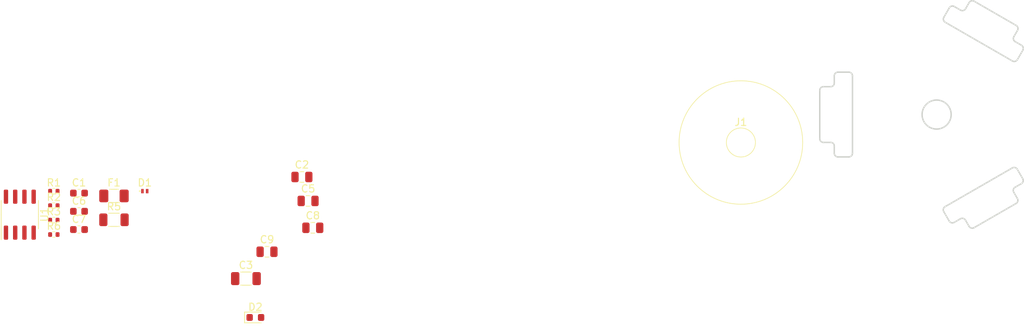
<source format=kicad_pcb>
(kicad_pcb (version 20241229) (generator "pcbnew") (generator_version "9.0")
  (layers (0 "F.Cu" signal) (4 "In1.Cu" signal) (6 "In2.Cu" signal) (2 "B.Cu" signal) (13 "F.Paste" user) (15 "B.Paste" user) (5 "F.SilkS" user "F.Silkscreen") (7 "B.SilkS" user "B.Silkscreen") (1 "F.Mask" user) (3 "B.Mask" user) (25 "Edge.Cuts" user))
  (net 0 "")
  (net 1 "+5V")
  (net 2 "GND")
  (net 3 "Net-(J9-Pin_1)")
  (net 4 "Net-(U1-FB)")
  (net 5 "VBUS")
  (net 6 "GNDPWR")
  (net 7 "Net-(D2-A)")
  (net 8 "Net-(J8-CC2)")
  (net 9 "Net-(J8-CC1)")
  (net 10 "Net-(R3-Pad2)")
  (net 11 "Net-(R3-Pad1)")
  (footprint "Pixels-dice:TX Coil" (layer "F.Cu") (at 123.08 103.85)
    (property "Reference" "J1" (at 0 -2.8 0) (layer "F.SilkS"))
    (property "Value" "TX_Coil")
    (fp_circle (center 0 0) (end 2 0) (stroke (width 0.1)) (fill no) (layer "F.SilkS"))
    (fp_circle (center 0 0) (end 8.5 0) (stroke (width 0.1)) (fill no) (layer "F.SilkS"))
  )
  (footprint "Resistor_SMD:R_0402_1005Metric" (layer "F.Cu") (at 28.58 116.53)
    (property "Reference" "R6" (at 0 -1.17 0) (layer "F.SilkS"))
    (property "Value" "1k 1%")
    (fp_line (start -0.153641 -0.38) (end 0.153641 -0.38) (stroke (width 0.12)) (layer "F.SilkS"))
    (fp_line (start -0.153641 0.38) (end 0.153641 0.38) (stroke (width 0.12)) (layer "F.SilkS"))
    (pad "1" smd roundrect (at -0.51 0) (size 0.54 0.64) (layers "F.Cu" "F.Mask" "F.Paste") (net 4 "Net-(U1-FB)"))
    (pad "2" smd roundrect (at 0.51 0) (size 0.54 0.64) (layers "F.Cu" "F.Mask" "F.Paste") (net 6 "GNDPWR"))
  )
  (footprint "Resistor_SMD:R_0402_1005Metric" (layer "F.Cu") (at 28.58 110.56)
    (property "Reference" "R1" (at 0 -1.17 0) (layer "F.SilkS"))
    (property "Value" "5.1k 1%")
    (fp_line (start -0.153641 -0.38) (end 0.153641 -0.38) (stroke (width 0.12)) (layer "F.SilkS"))
    (fp_line (start -0.153641 0.38) (end 0.153641 0.38) (stroke (width 0.12)) (layer "F.SilkS"))
    (pad "1" smd roundrect (at -0.51 0) (size 0.54 0.64) (layers "F.Cu" "F.Mask" "F.Paste") (net 2 "GND"))
    (pad "2" smd roundrect (at 0.51 0) (size 0.54 0.64) (layers "F.Cu" "F.Mask" "F.Paste") (net 8 "Net-(J8-CC2)"))
  )
  (footprint "Capacitor_SMD:C_0805_2012Metric" (layer "F.Cu") (at 63.55 111.9)
    (property "Reference" "C5" (at 0 -1.68 0) (layer "F.SilkS"))
    (property "Value" "22uF 25V 20% X5R")
    (fp_line (start -0.261252 -0.735) (end 0.261252 -0.735) (stroke (width 0.12)) (layer "F.SilkS"))
    (fp_line (start -0.261252 0.735) (end 0.261252 0.735) (stroke (width 0.12)) (layer "F.SilkS"))
    (pad "1" smd roundrect (at -0.95 0) (size 1 1.45) (layers "F.Cu" "F.Mask" "F.Paste") (net 1 "+5V"))
    (pad "2" smd roundrect (at 0.95 0) (size 1 1.45) (layers "F.Cu" "F.Mask" "F.Paste") (net 2 "GND"))
  )
  (footprint "Capacitor_SMD:C_0603_1608Metric" (layer "F.Cu") (at 32.04 115.84)
    (property "Reference" "C7" (at 0 -1.43 0) (layer "F.SilkS"))
    (property "Value" "0.1uF 16V 10% X7R")
    (fp_line (start -0.14058 -0.51) (end 0.14058 -0.51) (stroke (width 0.12)) (layer "F.SilkS"))
    (fp_line (start -0.14058 0.51) (end 0.14058 0.51) (stroke (width 0.12)) (layer "F.SilkS"))
    (pad "1" smd roundrect (at -0.775 0) (size 0.9 0.95) (layers "F.Cu" "F.Mask" "F.Paste") (net 1 "+5V"))
    (pad "2" smd roundrect (at 0.775 0) (size 0.9 0.95) (layers "F.Cu" "F.Mask" "F.Paste") (net 2 "GND"))
  )
  (footprint "Capacitor_SMD:C_1206_3216Metric" (layer "F.Cu") (at 55 122.6)
    (property "Reference" "C3" (at 0 -1.85 0) (layer "F.SilkS"))
    (property "Value" "33nF 50V COG")
    (fp_line (start -0.711252 -0.91) (end 0.711252 -0.91) (stroke (width 0.12)) (layer "F.SilkS"))
    (fp_line (start -0.711252 0.91) (end 0.711252 0.91) (stroke (width 0.12)) (layer "F.SilkS"))
    (pad "1" smd roundrect (at -1.475 0) (size 1.15 1.8) (layers "F.Cu" "F.Mask" "F.Paste") (roundrect_rratio 0.217391) (net 3 "Net-(J9-Pin_1)"))
    (pad "2" smd roundrect (at 1.475 0) (size 1.15 1.8) (layers "F.Cu" "F.Mask" "F.Paste") (roundrect_rratio 0.217391) (net 1 "+5V"))
  )
  (footprint "Capacitor_SMD:C_0603_1608Metric" (layer "F.Cu") (at 32.04 113.33)
    (property "Reference" "C6" (at 0 -1.43 0) (layer "F.SilkS"))
    (property "Value" "0.1uF 16V 10% X7R")
    (fp_line (start -0.14058 -0.51) (end 0.14058 -0.51) (stroke (width 0.12)) (layer "F.SilkS"))
    (fp_line (start -0.14058 0.51) (end 0.14058 0.51) (stroke (width 0.12)) (layer "F.SilkS"))
    (pad "1" smd roundrect (at -0.775 0) (size 0.9 0.95) (layers "F.Cu" "F.Mask" "F.Paste") (net 2 "GND"))
    (pad "2" smd roundrect (at 0.775 0) (size 0.9 0.95) (layers "F.Cu" "F.Mask" "F.Paste") (net 4 "Net-(U1-FB)"))
  )
  (footprint "Resistor_SMD:R_0402_1005Metric" (layer "F.Cu") (at 28.58 112.55)
    (property "Reference" "R2" (at 0 -1.17 0) (layer "F.SilkS"))
    (property "Value" "5.1k 1%")
    (fp_line (start -0.153641 -0.38) (end 0.153641 -0.38) (stroke (width 0.12)) (layer "F.SilkS"))
    (fp_line (start -0.153641 0.38) (end 0.153641 0.38) (stroke (width 0.12)) (layer "F.SilkS"))
    (pad "1" smd roundrect (at -0.51 0) (size 0.54 0.64) (layers "F.Cu" "F.Mask" "F.Paste") (net 2 "GND"))
    (pad "2" smd roundrect (at 0.51 0) (size 0.54 0.64) (layers "F.Cu" "F.Mask" "F.Paste") (net 9 "Net-(J8-CC1)"))
  )
  (footprint "LED_SMD:LED_0603_1608Metric" (layer "F.Cu") (at 56.3 127.95)
    (property "Reference" "D2" (at 0 -1.43 0) (layer "F.SilkS"))
    (property "Value" "LED")
    (fp_line (start -1.485 -0.735) (end -1.485 0.735) (stroke (width 0.12)) (layer "F.SilkS"))
    (fp_line (start -1.485 0.735) (end 0.8 0.735) (stroke (width 0.12)) (layer "F.SilkS"))
    (fp_line (start 0.8 -0.735) (end -1.485 -0.735) (stroke (width 0.12)) (layer "F.SilkS"))
    (pad "1" smd roundrect (at -0.7875 0) (size 0.875 0.95) (layers "F.Cu" "F.Mask" "F.Paste") (net 2 "GND"))
    (pad "2" smd roundrect (at 0.7875 0) (size 0.875 0.95) (layers "F.Cu" "F.Mask" "F.Paste") (net 7 "Net-(D2-A)"))
  )
  (footprint "Resistor_SMD:R_0402_1005Metric" (layer "F.Cu") (at 28.58 114.54)
    (property "Reference" "R3" (at 0 -1.17 0) (layer "F.SilkS"))
    (property "Value" "120K 1%")
    (fp_line (start -0.153641 -0.38) (end 0.153641 -0.38) (stroke (width 0.12)) (layer "F.SilkS"))
    (fp_line (start -0.153641 0.38) (end 0.153641 0.38) (stroke (width 0.12)) (layer "F.SilkS"))
    (pad "1" smd roundrect (at -0.51 0) (size 0.54 0.64) (layers "F.Cu" "F.Mask" "F.Paste") (net 11 "Net-(R3-Pad1)"))
    (pad "2" smd roundrect (at 0.51 0) (size 0.54 0.64) (layers "F.Cu" "F.Mask" "F.Paste") (net 10 "Net-(R3-Pad2)"))
  )
  (footprint "Pixels-dice:SOIC-8_3.9x4.9mm_P1.27mm" (layer "F.Cu") (at 23.9 113.79)
    (property "Reference" "U1" (at 3.4 0 270) (layer "F.SilkS"))
    (property "Value" "XKT520")
    (fp_line (start -2.56 0) (end -2.56 -1.95) (stroke (width 0.12)) (layer "F.SilkS"))
    (fp_line (start -2.56 0) (end -2.56 3.45) (stroke (width 0.12)) (layer "F.SilkS"))
    (fp_line (start 2.56 0) (end 2.56 -1.95) (stroke (width 0.12)) (layer "F.SilkS"))
    (fp_line (start 2.56 0) (end 2.56 1.95) (stroke (width 0.12)) (layer "F.SilkS"))
    (pad "1" smd roundrect (at -1.905 2.475 90) (size 1.95 0.6) (layers "F.Cu" "F.Mask" "F.Paste") (net 1 "+5V"))
    (pad "2" smd roundrect (at -0.635 2.475 90) (size 1.95 0.6) (layers "F.Cu" "F.Mask" "F.Paste") (net 7 "Net-(D2-A)"))
    (pad "3" smd roundrect (at 0.635 2.475 90) (size 1.95 0.6) (layers "F.Cu" "F.Mask" "F.Paste") (net 10 "Net-(R3-Pad2)"))
    (pad "4" smd roundrect (at 1.905 2.475 90) (size 1.95 0.6) (layers "F.Cu" "F.Mask" "F.Paste") (net 11 "Net-(R3-Pad1)"))
    (pad "5" smd roundrect (at 1.905 -2.475 90) (size 1.95 0.6) (layers "F.Cu" "F.Mask" "F.Paste") (net 4 "Net-(U1-FB)"))
    (pad "6" smd roundrect (at 0.635 -2.475 90) (size 1.95 0.6) (layers "F.Cu" "F.Mask" "F.Paste") (net 2 "GND"))
    (pad "7" smd roundrect (at -0.635 -2.475 90) (size 1.95 0.6) (layers "F.Cu" "F.Mask" "F.Paste") (net 3 "Net-(J9-Pin_1)"))
    (pad "8" smd roundrect (at -1.905 -2.475 90) (size 1.95 0.6) (layers "F.Cu" "F.Mask" "F.Paste") (net 6 "GNDPWR"))
  )
  (footprint "Capacitor_SMD:C_0805_2012Metric" (layer "F.Cu") (at 62.7 108.6)
    (property "Reference" "C2" (at 0 -1.68 0) (layer "F.SilkS"))
    (property "Value" "22uF 25V 20% X5R")
    (fp_line (start -0.261252 -0.735) (end 0.261252 -0.735) (stroke (width 0.12)) (layer "F.SilkS"))
    (fp_line (start -0.261252 0.735) (end 0.261252 0.735) (stroke (width 0.12)) (layer "F.SilkS"))
    (pad "1" smd roundrect (at -0.95 0) (size 1 1.45) (layers "F.Cu" "F.Mask" "F.Paste") (net 1 "+5V"))
    (pad "2" smd roundrect (at 0.95 0) (size 1 1.45) (layers "F.Cu" "F.Mask" "F.Paste") (net 2 "GND"))
  )
  (footprint "Capacitor_SMD:C_0805_2012Metric" (layer "F.Cu") (at 57.9 118.9)
    (property "Reference" "C9" (at 0 -1.68 0) (layer "F.SilkS"))
    (property "Value" "10uF 50V 10% X5R")
    (fp_line (start -0.261252 -0.735) (end 0.261252 -0.735) (stroke (width 0.12)) (layer "F.SilkS"))
    (fp_line (start -0.261252 0.735) (end 0.261252 0.735) (stroke (width 0.12)) (layer "F.SilkS"))
    (pad "1" smd roundrect (at -0.95 0) (size 1 1.45) (layers "F.Cu" "F.Mask" "F.Paste") (net 6 "GNDPWR"))
    (pad "2" smd roundrect (at 0.95 0) (size 1 1.45) (layers "F.Cu" "F.Mask" "F.Paste") (net 2 "GND"))
  )
  (footprint "Capacitor_SMD:C_0603_1608Metric" (layer "F.Cu") (at 32.04 110.82)
    (property "Reference" "C1" (at 0 -1.43 0) (layer "F.SilkS"))
    (property "Value" "0.1uF 16V 10% X7R")
    (fp_line (start -0.14058 -0.51) (end 0.14058 -0.51) (stroke (width 0.12)) (layer "F.SilkS"))
    (fp_line (start -0.14058 0.51) (end 0.14058 0.51) (stroke (width 0.12)) (layer "F.SilkS"))
    (pad "1" smd roundrect (at -0.775 0) (size 0.9 0.95) (layers "F.Cu" "F.Mask" "F.Paste") (net 1 "+5V"))
    (pad "2" smd roundrect (at 0.775 0) (size 0.9 0.95) (layers "F.Cu" "F.Mask" "F.Paste") (net 2 "GND"))
  )
  (footprint "Capacitor_SMD:C_0805_2012Metric" (layer "F.Cu") (at 64.2 115.6)
    (property "Reference" "C8" (at 0 -1.68 0) (layer "F.SilkS"))
    (property "Value" "10uF 50V 10% X5R")
    (fp_line (start -0.261252 -0.735) (end 0.261252 -0.735) (stroke (width 0.12)) (layer "F.SilkS"))
    (fp_line (start -0.261252 0.735) (end 0.261252 0.735) (stroke (width 0.12)) (layer "F.SilkS"))
    (pad "1" smd roundrect (at -0.95 0) (size 1 1.45) (layers "F.Cu" "F.Mask" "F.Paste") (net 1 "+5V"))
    (pad "2" smd roundrect (at 0.95 0) (size 1 1.45) (layers "F.Cu" "F.Mask" "F.Paste") (net 5 "VBUS"))
  )
  (footprint "Pixels-dice:DFN" (layer "F.Cu") (at 41.09 110.55)
    (property "Reference" "D1" (at 0 -1.16 0) (layer "F.SilkS"))
    (property "Value" "D_TVS")
    (fp_circle (center -0.7 0) (end -0.7 0) (stroke (width 0.12)) (fill no) (layer "F.SilkS"))
    (pad "1" smd rect (at -0.325 0) (size 0.35 0.6) (layers "F.Cu" "F.Mask" "F.Paste") (net 5 "VBUS"))
    (pad "2" smd rect (at 0.325 0) (size 0.35 0.6) (layers "F.Cu" "F.Mask" "F.Paste") (net 2 "GND"))
  )
  (footprint "Resistor_SMD:R_1206_3216Metric" (layer "F.Cu") (at 36.85 114.5)
    (property "Reference" "R5" (at 0 -1.82 0) (layer "F.SilkS"))
    (property "Value" "0.91R")
    (fp_line (start -0.727064 -0.91) (end 0.727064 -0.91) (stroke (width 0.12)) (layer "F.SilkS"))
    (fp_line (start -0.727064 0.91) (end 0.727064 0.91) (stroke (width 0.12)) (layer "F.SilkS"))
    (pad "1" smd roundrect (at -1.4625 0) (size 1.125 1.75) (layers "F.Cu" "F.Mask" "F.Paste") (roundrect_rratio 0.222222) (net 2 "GND"))
    (pad "2" smd roundrect (at 1.4625 0) (size 1.125 1.75) (layers "F.Cu" "F.Mask" "F.Paste") (roundrect_rratio 0.222222) (net 6 "GNDPWR"))
  )
  (footprint "Fuse:Fuse_1206_3216Metric" (layer "F.Cu") (at 36.85 111.21)
    (property "Reference" "F1" (at 0 -1.82 0) (layer "F.SilkS"))
    (property "Value" "250mA 150mR")
    (fp_line (start -0.602064 -0.91) (end 0.602064 -0.91) (stroke (width 0.12)) (layer "F.SilkS"))
    (fp_line (start -0.602064 0.91) (end 0.602064 0.91) (stroke (width 0.12)) (layer "F.SilkS"))
    (pad "1" smd roundrect (at -1.4 0) (size 1.25 1.75) (layers "F.Cu" "F.Mask" "F.Paste") (roundrect_rratio 0.2) (net 5 "VBUS"))
    (pad "2" smd roundrect (at 1.4 0) (size 1.25 1.75) (layers "F.Cu" "F.Mask" "F.Paste") (roundrect_rratio 0.2) (net 1 "+5V"))
  )
  (gr_line (start 160.609776 110.700425) (end 161.109784 111.566464) (stroke (width 0.2)) (layer "Edge.Cuts"))
  (gr_line (start 136.427262 94.161293) (end 137.927262 94.161293) (stroke (width 0.2)) (layer "Edge.Cuts"))
  (gr_arc (start 137.927262 94.161293) (mid 138.280808 94.30775) (end 138.427262 94.661293) (stroke (width 0.2)) (layer "Edge.Cuts"))
  (gr_arc (start 151.176802 87.285258) (mid 150.943847 86.981654) (end 150.993789 86.602245) (stroke (width 0.2)) (layer "Edge.Cuts"))
  (gr_line (start 161.658814 109.517412) (end 160.792788 110.017412) (stroke (width 0.2)) (layer "Edge.Cuts"))
  (gr_arc (start 160.609776 110.700425) (mid 160.559853 110.321018) (end 160.792788 110.017412) (stroke (width 0.2)) (layer "Edge.Cuts"))
  (gr_arc (start 154.475844 84.571149) (mid 154.779444 84.338205) (end 155.158858 84.388137) (stroke (width 0.2)) (layer "Edge.Cuts"))
  (gr_line (start 160.926769 112.249478) (end 155.145778 115.587097) (stroke (width 0.2)) (layer "Edge.Cuts"))
  (gr_line (start 134.427262 96.161293) (end 135.427262 96.161293) (stroke (width 0.2)) (layer "Edge.Cuts"))
  (gr_line (start 153.97584 85.437181) (end 154.475844 84.571149) (stroke (width 0.2)) (layer "Edge.Cuts"))
  (gr_line (start 151.730725 114.672046) (end 150.980725 113.373008) (stroke (width 0.2)) (layer "Edge.Cuts"))
  (gr_line (start 152.426802 85.120194) (end 153.292827 85.620194) (stroke (width 0.2)) (layer "Edge.Cuts"))
  (gr_arc (start 153.279763 114.355059) (mid 153.659153 114.305132) (end 153.962776 114.538072) (stroke (width 0.2)) (layer "Edge.Cuts"))
  (gr_line (start 133.927262 103.336588) (end 133.927262 96.661293) (stroke (width 0.2)) (layer "Edge.Cuts"))
  (gr_arc (start 135.927262 95.661293) (mid 135.7808 96.014828) (end 135.427262 96.161293) (stroke (width 0.2)) (layer "Edge.Cuts"))
  (gr_line (start 160.805853 89.957841) (end 161.671878 90.457841) (stroke (width 0.2)) (layer "Edge.Cuts"))
  (gr_arc (start 135.927262 94.661293) (mid 136.073693 94.307721) (end 136.427262 94.161293) (stroke (width 0.2)) (layer "Edge.Cuts"))
  (gr_arc (start 138.427262 105.336588) (mid 138.280802 105.690126) (end 137.927262 105.836588) (stroke (width 0.2)) (layer "Edge.Cuts"))
  (gr_line (start 161.122836 88.40881) (end 160.62284 89.274829) (stroke (width 0.2)) (layer "Edge.Cuts"))
  (gr_arc (start 152.413737 114.855059) (mid 152.034316 114.905006) (end 151.730725 114.672046) (stroke (width 0.2)) (layer "Edge.Cuts"))
  (gr_line (start 135.427262 103.836588) (end 134.427262 103.836588) (stroke (width 0.2)) (layer "Edge.Cuts"))
  (gr_arc (start 160.939824 87.725798) (mid 161.172808 88.029405) (end 161.122836 88.40881) (stroke (width 0.2)) (layer "Edge.Cuts"))
  (gr_line (start 161.854891 91.140854) (end 161.104891 92.439892) (stroke (width 0.2)) (layer "Edge.Cuts"))
  (gr_line (start 150.993789 86.602245) (end 151.743789 85.303207) (stroke (width 0.2)) (layer "Edge.Cuts"))
  (gr_arc (start 150.980725 113.373008) (mid 150.930718 112.993574) (end 151.163737 112.689996) (stroke (width 0.2)) (layer "Edge.Cuts"))
  (gr_arc (start 161.841826 108.834399) (mid 161.891729 109.213786) (end 161.658814 109.517412) (stroke (width 0.2)) (layer "Edge.Cuts"))
  (gr_line (start 151.163737 112.689996) (end 160.408814 107.352348) (stroke (width 0.2)) (layer "Edge.Cuts"))
  (gr_line (start 138.427262 94.661293) (end 138.427262 105.336588) (stroke (width 0.2)) (layer "Edge.Cuts"))
  (gr_arc (start 136.427262 105.836588) (mid 136.073703 105.690152) (end 135.927262 105.336588) (stroke (width 0.2)) (layer "Edge.Cuts"))
  (gr_line (start 161.091826 107.535361) (end 161.841826 108.834399) (stroke (width 0.2)) (layer "Edge.Cuts"))
  (gr_arc (start 133.927262 96.661293) (mid 134.073693 96.307721) (end 134.427262 96.161293) (stroke (width 0.2)) (layer "Edge.Cuts"))
  (gr_line (start 153.279763 114.355059) (end 152.413737 114.855059) (stroke (width 0.2)) (layer "Edge.Cuts"))
  (gr_line (start 135.927262 105.336588) (end 135.927262 104.336588) (stroke (width 0.2)) (layer "Edge.Cuts"))
  (gr_line (start 160.421878 92.622905) (end 151.176802 87.285258) (stroke (width 0.2)) (layer "Edge.Cuts"))
  (gr_arc (start 161.671878 90.457841) (mid 161.904855 90.761441) (end 161.854891 91.140854) (stroke (width 0.2)) (layer "Edge.Cuts"))
  (gr_arc (start 160.408814 107.352348) (mid 160.788232 107.302401) (end 161.091826 107.535361) (stroke (width 0.2)) (layer "Edge.Cuts"))
  (gr_line (start 155.158858 84.388137) (end 160.939824 87.725798) (stroke (width 0.2)) (layer "Edge.Cuts"))
  (gr_arc (start 161.109784 111.566464) (mid 161.159714 111.945867) (end 160.926769 112.249478) (stroke (width 0.2)) (layer "Edge.Cuts"))
  (gr_arc (start 160.805853 89.957841) (mid 160.572933 89.654237) (end 160.62284 89.274829) (stroke (width 0.2)) (layer "Edge.Cuts"))
  (gr_circle (center 150 100) (end 150 102) (stroke (width 0.2)) (fill no) (layer "Edge.Cuts"))
  (gr_line (start 137.927262 105.836588) (end 136.427262 105.836588) (stroke (width 0.2)) (layer "Edge.Cuts"))
  (gr_arc (start 161.104891 92.439892) (mid 160.801291 92.672802) (end 160.421878 92.622905) (stroke (width 0.2)) (layer "Edge.Cuts"))
  (gr_arc (start 153.97584 85.437181) (mid 153.672234 85.670129) (end 153.292827 85.620194) (stroke (width 0.2)) (layer "Edge.Cuts"))
  (gr_arc (start 135.427262 103.836588) (mid 135.78081 103.983045) (end 135.927262 104.336588) (stroke (width 0.2)) (layer "Edge.Cuts"))
  (gr_line (start 135.927262 95.661293) (end 135.927262 94.661293) (stroke (width 0.2)) (layer "Edge.Cuts"))
  (gr_arc (start 151.743789 85.303207) (mid 152.047396 85.070247) (end 152.426802 85.120194) (stroke (width 0.2)) (layer "Edge.Cuts"))
  (gr_arc (start 155.145778 115.587097) (mid 154.766346 115.63709) (end 154.462768 115.404083) (stroke (width 0.2)) (layer "Edge.Cuts"))
  (gr_line (start 154.462768 115.404083) (end 153.962776 114.538072) (stroke (width 0.2)) (layer "Edge.Cuts"))
  (gr_arc (start 134.427262 103.836588) (mid 134.073703 103.690152) (end 133.927262 103.336588) (stroke (width 0.2)) (layer "Edge.Cuts"))
)
</source>
